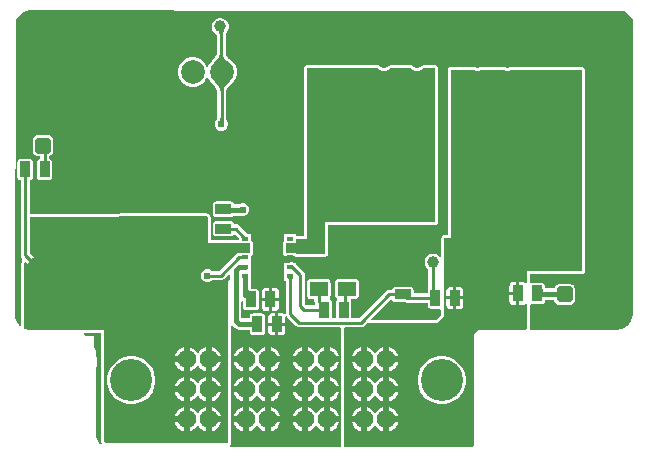
<source format=gtl>
G04*
G04 #@! TF.GenerationSoftware,Altium Limited,Altium Designer,23.5.1 (21)*
G04*
G04 Layer_Physical_Order=1*
G04 Layer_Color=255*
%FSLAX25Y25*%
%MOIN*%
G70*
G04*
G04 #@! TF.SameCoordinates,F2E7560B-A2D8-46DA-B2D3-C53C7B4DE586*
G04*
G04*
G04 #@! TF.FilePolarity,Positive*
G04*
G01*
G75*
%ADD13C,0.01000*%
G04:AMPARAMS|DCode=32|XSize=55.12mil|YSize=35.43mil|CornerRadius=2.66mil|HoleSize=0mil|Usage=FLASHONLY|Rotation=90.000|XOffset=0mil|YOffset=0mil|HoleType=Round|Shape=RoundedRectangle|*
%AMROUNDEDRECTD32*
21,1,0.05512,0.03012,0,0,90.0*
21,1,0.04980,0.03543,0,0,90.0*
1,1,0.00532,0.01506,0.02490*
1,1,0.00532,0.01506,-0.02490*
1,1,0.00532,-0.01506,-0.02490*
1,1,0.00532,-0.01506,0.02490*
%
%ADD32ROUNDEDRECTD32*%
G04:AMPARAMS|DCode=33|XSize=51.18mil|YSize=51.18mil|CornerRadius=5.12mil|HoleSize=0mil|Usage=FLASHONLY|Rotation=180.000|XOffset=0mil|YOffset=0mil|HoleType=Round|Shape=RoundedRectangle|*
%AMROUNDEDRECTD33*
21,1,0.05118,0.04095,0,0,180.0*
21,1,0.04095,0.05118,0,0,180.0*
1,1,0.01024,-0.02047,0.02047*
1,1,0.01024,0.02047,0.02047*
1,1,0.01024,0.02047,-0.02047*
1,1,0.01024,-0.02047,-0.02047*
%
%ADD33ROUNDEDRECTD33*%
G04:AMPARAMS|DCode=34|XSize=62.99mil|YSize=124.02mil|CornerRadius=4.72mil|HoleSize=0mil|Usage=FLASHONLY|Rotation=180.000|XOffset=0mil|YOffset=0mil|HoleType=Round|Shape=RoundedRectangle|*
%AMROUNDEDRECTD34*
21,1,0.06299,0.11457,0,0,180.0*
21,1,0.05354,0.12402,0,0,180.0*
1,1,0.00945,-0.02677,0.05728*
1,1,0.00945,0.02677,0.05728*
1,1,0.00945,0.02677,-0.05728*
1,1,0.00945,-0.02677,-0.05728*
%
%ADD34ROUNDEDRECTD34*%
G04:AMPARAMS|DCode=35|XSize=49.21mil|YSize=62.99mil|CornerRadius=4.92mil|HoleSize=0mil|Usage=FLASHONLY|Rotation=270.000|XOffset=0mil|YOffset=0mil|HoleType=Round|Shape=RoundedRectangle|*
%AMROUNDEDRECTD35*
21,1,0.04921,0.05315,0,0,270.0*
21,1,0.03937,0.06299,0,0,270.0*
1,1,0.00984,-0.02657,-0.01968*
1,1,0.00984,-0.02657,0.01968*
1,1,0.00984,0.02657,0.01968*
1,1,0.00984,0.02657,-0.01968*
%
%ADD35ROUNDEDRECTD35*%
G04:AMPARAMS|DCode=36|XSize=62.99mil|YSize=118.11mil|CornerRadius=4.72mil|HoleSize=0mil|Usage=FLASHONLY|Rotation=270.000|XOffset=0mil|YOffset=0mil|HoleType=Round|Shape=RoundedRectangle|*
%AMROUNDEDRECTD36*
21,1,0.06299,0.10866,0,0,270.0*
21,1,0.05354,0.11811,0,0,270.0*
1,1,0.00945,-0.05433,-0.02677*
1,1,0.00945,-0.05433,0.02677*
1,1,0.00945,0.05433,0.02677*
1,1,0.00945,0.05433,-0.02677*
%
%ADD36ROUNDEDRECTD36*%
G04:AMPARAMS|DCode=37|XSize=55.12mil|YSize=35.43mil|CornerRadius=2.66mil|HoleSize=0mil|Usage=FLASHONLY|Rotation=0.000|XOffset=0mil|YOffset=0mil|HoleType=Round|Shape=RoundedRectangle|*
%AMROUNDEDRECTD37*
21,1,0.05512,0.03012,0,0,0.0*
21,1,0.04980,0.03543,0,0,0.0*
1,1,0.00532,0.02490,-0.01506*
1,1,0.00532,-0.02490,-0.01506*
1,1,0.00532,-0.02490,0.01506*
1,1,0.00532,0.02490,0.01506*
%
%ADD37ROUNDEDRECTD37*%
%ADD38R,0.15748X0.15748*%
%ADD39R,0.09843X0.09055*%
%ADD40R,0.02362X0.01181*%
%ADD41R,0.10236X0.11811*%
%ADD42C,0.03937*%
G04:AMPARAMS|DCode=43|XSize=49.21mil|YSize=62.99mil|CornerRadius=4.92mil|HoleSize=0mil|Usage=FLASHONLY|Rotation=180.000|XOffset=0mil|YOffset=0mil|HoleType=Round|Shape=RoundedRectangle|*
%AMROUNDEDRECTD43*
21,1,0.04921,0.05315,0,0,180.0*
21,1,0.03937,0.06299,0,0,180.0*
1,1,0.00984,-0.01968,0.02657*
1,1,0.00984,0.01968,0.02657*
1,1,0.00984,0.01968,-0.02657*
1,1,0.00984,-0.01968,-0.02657*
%
%ADD43ROUNDEDRECTD43*%
%ADD44C,0.01800*%
%ADD45C,0.01700*%
%ADD46C,0.06142*%
%ADD47C,0.14016*%
%ADD48C,0.10000*%
%ADD49C,0.07874*%
%ADD50C,0.05000*%
%ADD51C,0.02400*%
%ADD52C,0.02800*%
G36*
X213900Y-155300D02*
X195400D01*
Y-159290D01*
X194900Y-159441D01*
X194870Y-159397D01*
X194452Y-159117D01*
X193958Y-159019D01*
X192952D01*
Y-162800D01*
Y-166581D01*
X193958D01*
X194452Y-166482D01*
X194870Y-166203D01*
X194900Y-166158D01*
X195400Y-166310D01*
Y-174568D01*
X195046Y-174921D01*
X185203Y-174893D01*
X185150Y-174903D01*
X185097Y-174895D01*
X184570Y-174921D01*
X184423Y-174958D01*
X184272D01*
X184061Y-175000D01*
X179207D01*
X177832Y-176375D01*
Y-181569D01*
X177803Y-181688D01*
X177777Y-182216D01*
X177784Y-182268D01*
X177774Y-182320D01*
X177831Y-212947D01*
X177832Y-212954D01*
Y-213068D01*
X177790Y-213288D01*
X177706Y-213494D01*
X177584Y-213679D01*
X177427Y-213837D01*
X177243Y-213961D01*
X177243Y-213961D01*
X134839D01*
X134700Y-213519D01*
Y-180700D01*
X134540Y-174387D01*
X134889Y-174029D01*
X140300D01*
X140885Y-173913D01*
X141381Y-173581D01*
X142163Y-172800D01*
X165700D01*
X168000Y-170500D01*
Y-144239D01*
X170100D01*
Y-88400D01*
X178166D01*
X178539Y-88500D01*
X179461D01*
X179834Y-88400D01*
X188166D01*
X188539Y-88500D01*
X189461D01*
X189834Y-88400D01*
X213900D01*
Y-155300D01*
D02*
G37*
G36*
X89100Y-137454D02*
Y-145800D01*
X89300Y-146000D01*
X100977D01*
X101129Y-146030D01*
X101720D01*
X101871Y-146000D01*
X103282D01*
Y-149409D01*
X102339D01*
X102305Y-149387D01*
X101720Y-149271D01*
X99500D01*
X98915Y-149387D01*
X98419Y-149719D01*
X92766Y-155371D01*
X90582D01*
X90246Y-155035D01*
X89438Y-154700D01*
X88562D01*
X87754Y-155035D01*
X87135Y-155654D01*
X86800Y-156462D01*
Y-157338D01*
X87135Y-158146D01*
X87754Y-158765D01*
X88562Y-159100D01*
X89438D01*
X90246Y-158765D01*
X90582Y-158429D01*
X93400D01*
X93985Y-158313D01*
X94481Y-157981D01*
X96152Y-156311D01*
X96614Y-156502D01*
Y-158200D01*
X96500D01*
X95900Y-158800D01*
Y-212600D01*
X55100D01*
X54700Y-212200D01*
Y-175000D01*
X43911D01*
X43824Y-174983D01*
X43673D01*
X43526Y-174946D01*
X42808Y-174911D01*
X42751Y-174919D01*
X42695Y-174908D01*
X29899Y-174993D01*
X29863Y-175000D01*
X29471D01*
X28491Y-174805D01*
X28000Y-174602D01*
Y-152616D01*
X28462Y-152425D01*
X30419Y-154381D01*
X30915Y-154713D01*
X31500Y-154829D01*
X32085Y-154713D01*
X32581Y-154381D01*
X32913Y-153885D01*
X33029Y-153300D01*
X32913Y-152715D01*
X32581Y-152219D01*
X29781Y-149418D01*
Y-137212D01*
X88746Y-137101D01*
X89100Y-137454D01*
D02*
G37*
G36*
X117585Y-157676D02*
X117500Y-157706D01*
X117425Y-157757D01*
X117360Y-157828D01*
X117305Y-157919D01*
X117260Y-158030D01*
X117225Y-158162D01*
X117200Y-158313D01*
X117185Y-158485D01*
X117180Y-158678D01*
X116180D01*
X116175Y-158485D01*
X116160Y-158313D01*
X116135Y-158162D01*
X116100Y-158030D01*
X116055Y-157919D01*
X116000Y-157828D01*
X115935Y-157757D01*
X115860Y-157706D01*
X115775Y-157676D01*
X115680Y-157666D01*
X117680D01*
X117585Y-157676D01*
D02*
G37*
G36*
X126573Y-68539D02*
X126574Y-68539D01*
X126575Y-68539D01*
X226461Y-68539D01*
X226900D01*
X227760Y-68711D01*
X228570Y-69046D01*
X229298Y-69533D01*
X229919Y-70153D01*
X230405Y-70882D01*
X230741Y-71692D01*
X230912Y-72552D01*
Y-72989D01*
X230882Y-169266D01*
X230882Y-169266D01*
X230882Y-169266D01*
Y-169832D01*
X230661Y-170941D01*
X230228Y-171986D01*
X229600Y-172927D01*
X228800Y-173726D01*
X227859Y-174355D01*
X226814Y-174788D01*
X225705Y-175008D01*
X225142D01*
X196829Y-174927D01*
X196425Y-174575D01*
X196420Y-174568D01*
Y-166490D01*
X196798Y-166237D01*
X196909Y-166216D01*
X197026Y-166294D01*
X197442Y-166377D01*
X200454D01*
X200870Y-166294D01*
X201222Y-166059D01*
X201458Y-165706D01*
X201541Y-165290D01*
Y-164887D01*
X204681D01*
Y-165147D01*
X204783Y-165659D01*
X205073Y-166093D01*
X205507Y-166383D01*
X206019Y-166485D01*
X210113D01*
X210625Y-166383D01*
X211059Y-166093D01*
X211349Y-165659D01*
X211451Y-165147D01*
Y-161053D01*
X211349Y-160541D01*
X211059Y-160107D01*
X210625Y-159817D01*
X210113Y-159715D01*
X206019D01*
X205507Y-159817D01*
X205073Y-160107D01*
X204783Y-160541D01*
X204689Y-161013D01*
X201578D01*
X201541Y-160956D01*
Y-160310D01*
X201458Y-159894D01*
X201222Y-159541D01*
X200870Y-159306D01*
X200454Y-159223D01*
X197442D01*
X197026Y-159306D01*
X196909Y-159384D01*
X196798Y-159363D01*
X196420Y-159110D01*
Y-156320D01*
X213900D01*
X214290Y-156242D01*
X214621Y-156021D01*
X214842Y-155690D01*
X214920Y-155300D01*
Y-88400D01*
X214842Y-88010D01*
X214621Y-87679D01*
X214290Y-87458D01*
X213900Y-87380D01*
X189834D01*
X189703Y-87406D01*
X189570Y-87415D01*
X189327Y-87480D01*
X188673D01*
X188430Y-87415D01*
X188297Y-87406D01*
X188166Y-87380D01*
X179834D01*
X179703Y-87406D01*
X179570Y-87415D01*
X179326Y-87480D01*
X178674D01*
X178430Y-87415D01*
X178297Y-87406D01*
X178166Y-87380D01*
X170100D01*
X169710Y-87458D01*
X169379Y-87679D01*
X169158Y-88010D01*
X169080Y-88400D01*
Y-143220D01*
X168000D01*
X167610Y-143297D01*
X167279Y-143518D01*
X167058Y-143849D01*
X166980Y-144239D01*
Y-150579D01*
X166480Y-150713D01*
X166415Y-150600D01*
X165900Y-150085D01*
X165269Y-149720D01*
X164565Y-149531D01*
X163836D01*
X163131Y-149720D01*
X162500Y-150085D01*
X161985Y-150600D01*
X161620Y-151231D01*
X161432Y-151936D01*
Y-152664D01*
X161620Y-153369D01*
X161985Y-154000D01*
X162500Y-154515D01*
X162671Y-154614D01*
Y-161124D01*
X162490Y-161394D01*
X162408Y-161810D01*
Y-162771D01*
X157777D01*
Y-161591D01*
X157694Y-161175D01*
X157458Y-160822D01*
X157106Y-160587D01*
X156690Y-160504D01*
X151710D01*
X151294Y-160587D01*
X150942Y-160822D01*
X150706Y-161175D01*
X150628Y-161567D01*
X149704D01*
X149118Y-161683D01*
X148622Y-162015D01*
X139666Y-170971D01*
X137256D01*
X137004Y-170663D01*
Y-165683D01*
X136921Y-165267D01*
X136807Y-165096D01*
X137041Y-164596D01*
X138210D01*
X138715Y-164496D01*
X139142Y-164211D01*
X139428Y-163783D01*
X139528Y-163279D01*
Y-159342D01*
X139428Y-158838D01*
X139142Y-158411D01*
X138715Y-158125D01*
X138210Y-158025D01*
X132896D01*
X132391Y-158125D01*
X131964Y-158411D01*
X131678Y-158838D01*
X131578Y-159342D01*
Y-163279D01*
X131678Y-163783D01*
X131964Y-164211D01*
X132127Y-164320D01*
X132137Y-164914D01*
X132135Y-164916D01*
X131901Y-165267D01*
X131818Y-165683D01*
Y-170663D01*
X131566Y-170971D01*
X130760D01*
X130508Y-170663D01*
Y-165683D01*
X130425Y-165267D01*
X130189Y-164914D01*
X129889Y-164714D01*
X129810Y-164444D01*
X129778Y-164157D01*
X130028Y-163783D01*
X130128Y-163279D01*
Y-159342D01*
X130028Y-158838D01*
X129742Y-158411D01*
X129315Y-158125D01*
X128810Y-158025D01*
X123495D01*
X122991Y-158125D01*
X122564Y-158411D01*
X122278Y-158838D01*
X122178Y-159342D01*
Y-163279D01*
X122278Y-163783D01*
X122564Y-164211D01*
X122991Y-164496D01*
X123495Y-164596D01*
X124624D01*
Y-165427D01*
X124740Y-166012D01*
X124828Y-166143D01*
X124561Y-166643D01*
X121806D01*
X121529Y-166367D01*
Y-156679D01*
X121413Y-156094D01*
X121081Y-155597D01*
X118661Y-153177D01*
Y-152559D01*
X117890D01*
X117856Y-152537D01*
X117271Y-152420D01*
X116680D01*
X116095Y-152537D01*
X116061Y-152559D01*
X114699D01*
Y-155340D01*
X114699D01*
Y-155709D01*
X114699D01*
Y-157453D01*
X114666Y-157558D01*
X114671Y-157612D01*
X114661Y-157666D01*
X114689Y-157809D01*
X114699Y-157920D01*
Y-158490D01*
X115107D01*
X115151Y-158526D01*
Y-169494D01*
X115173Y-169605D01*
X114702Y-169800D01*
X114567Y-169597D01*
X114148Y-169317D01*
X113654Y-169219D01*
X112648D01*
Y-172500D01*
X114945D01*
Y-170510D01*
X114941Y-170491D01*
X115412Y-170296D01*
X115599Y-170576D01*
X118604Y-173581D01*
X119100Y-173913D01*
X119686Y-174029D01*
X133123D01*
X133481Y-174364D01*
X133521Y-174413D01*
X133680Y-180713D01*
Y-213499D01*
X133678Y-213522D01*
X133454Y-213873D01*
X133296Y-213998D01*
X96622Y-213921D01*
X96471Y-213421D01*
X96621Y-213321D01*
X96842Y-212990D01*
X96920Y-212600D01*
Y-173798D01*
X97420Y-173591D01*
X98162Y-174334D01*
X98774Y-174743D01*
X99496Y-174886D01*
X103059D01*
Y-175490D01*
X103142Y-175906D01*
X103378Y-176259D01*
X103730Y-176494D01*
X104146Y-176577D01*
X107158D01*
X107574Y-176494D01*
X107926Y-176259D01*
X108162Y-175906D01*
X108245Y-175490D01*
Y-170510D01*
X108162Y-170094D01*
X107926Y-169741D01*
X107574Y-169506D01*
X107158Y-169423D01*
X104146D01*
X103730Y-169506D01*
X103378Y-169741D01*
X103142Y-170094D01*
X103059Y-170510D01*
Y-171114D01*
X100386D01*
Y-165645D01*
X100886Y-165361D01*
X100959Y-165405D01*
Y-167290D01*
X101042Y-167706D01*
X101278Y-168059D01*
X101630Y-168294D01*
X102046Y-168377D01*
X105058D01*
X105474Y-168294D01*
X105826Y-168059D01*
X106062Y-167706D01*
X106144Y-167290D01*
Y-162310D01*
X106062Y-161894D01*
X105826Y-161541D01*
X105474Y-161306D01*
X105058Y-161223D01*
X103830D01*
X103606Y-160999D01*
Y-158490D01*
X103701D01*
Y-155709D01*
X103701D01*
Y-155340D01*
X103701D01*
Y-152691D01*
X103701Y-152559D01*
X103701D01*
Y-152190D01*
X103701D01*
Y-150332D01*
X104003Y-150130D01*
X104224Y-149800D01*
X104302Y-149409D01*
Y-146000D01*
X104224Y-145610D01*
X104003Y-145279D01*
X103701Y-145077D01*
Y-143110D01*
X102369D01*
X102120Y-142738D01*
X99489Y-140108D01*
X98993Y-139776D01*
X98408Y-139660D01*
X97900D01*
X97822Y-139267D01*
X97587Y-138915D01*
X97234Y-138679D01*
X96818Y-138596D01*
X91838D01*
X91422Y-138679D01*
X91070Y-138915D01*
X90834Y-139267D01*
X90751Y-139683D01*
Y-142695D01*
X90834Y-143111D01*
X91070Y-143463D01*
X91422Y-143699D01*
X91838Y-143781D01*
X96818D01*
X97234Y-143699D01*
X97587Y-143463D01*
X97677Y-143328D01*
X98272Y-143216D01*
X99520Y-144464D01*
X99546Y-144594D01*
X99229Y-144980D01*
X90120D01*
Y-137454D01*
X90119Y-137453D01*
X90120Y-137453D01*
X90080Y-137257D01*
X90042Y-137064D01*
X90042Y-137063D01*
X90042Y-137063D01*
X89932Y-136899D01*
X89821Y-136733D01*
X89820Y-136733D01*
X89820Y-136732D01*
X89466Y-136379D01*
X89466Y-136379D01*
X89466Y-136378D01*
X89299Y-136267D01*
X89135Y-136158D01*
X89135Y-136158D01*
X89135Y-136158D01*
X88937Y-136119D01*
X88745Y-136081D01*
X88745Y-136081D01*
X88744Y-136081D01*
X30135Y-136192D01*
X29781Y-135839D01*
Y-124972D01*
X30174Y-124894D01*
X30526Y-124659D01*
X30762Y-124306D01*
X30845Y-123890D01*
Y-118910D01*
X30762Y-118494D01*
X30526Y-118141D01*
X30174Y-117906D01*
X29758Y-117823D01*
X26746D01*
X26330Y-117906D01*
X25978Y-118141D01*
X25742Y-118494D01*
X25659Y-118910D01*
Y-123890D01*
X25742Y-124306D01*
X25978Y-124659D01*
X26330Y-124894D01*
X26723Y-124972D01*
Y-150052D01*
X26839Y-150637D01*
X27171Y-151133D01*
X27310Y-151273D01*
X27279Y-151895D01*
X27058Y-152226D01*
X26980Y-152616D01*
Y-173372D01*
X26480Y-173580D01*
X26126Y-173225D01*
X25592Y-172426D01*
X25225Y-171539D01*
X25038Y-170597D01*
Y-170118D01*
X25074Y-73380D01*
X25074Y-73380D01*
X25074Y-73379D01*
Y-72892D01*
X25264Y-71938D01*
X25637Y-71038D01*
X26177Y-70229D01*
X26866Y-69541D01*
X27675Y-69000D01*
X28575Y-68627D01*
X29530Y-68437D01*
X30014D01*
X126573Y-68539D01*
D02*
G37*
G36*
X150696Y-164967D02*
X150706Y-165018D01*
X150942Y-165371D01*
X151294Y-165606D01*
X151710Y-165689D01*
X154782D01*
X154818Y-165713D01*
X155403Y-165829D01*
X162408D01*
Y-166790D01*
X162490Y-167206D01*
X162726Y-167559D01*
X163078Y-167794D01*
X163494Y-167877D01*
X166506D01*
X166980Y-168292D01*
Y-170078D01*
X165278Y-171780D01*
X143836D01*
X143644Y-171318D01*
X150154Y-164808D01*
X150696Y-164967D01*
D02*
G37*
G36*
X53680Y-212200D02*
X53758Y-212590D01*
X53866Y-212752D01*
X53506Y-213113D01*
X53365Y-213019D01*
X52856Y-212509D01*
X52455Y-211910D01*
X52180Y-211245D01*
X52039Y-210538D01*
Y-210177D01*
X52039Y-210177D01*
X52039Y-210177D01*
X52039Y-190220D01*
X52076Y-184290D01*
X52065Y-184233D01*
X52074Y-184177D01*
X52039Y-183458D01*
X52002Y-183312D01*
Y-183160D01*
X51722Y-181751D01*
X51645Y-181566D01*
X51606Y-181369D01*
X51100Y-180148D01*
Y-177000D01*
X48575D01*
X48491Y-176916D01*
X47898Y-176520D01*
X48050Y-176020D01*
X53680D01*
Y-212200D01*
D02*
G37*
%LPC*%
G36*
X191952Y-159019D02*
X190946D01*
X190452Y-159117D01*
X190033Y-159397D01*
X189754Y-159816D01*
X189655Y-160310D01*
Y-162300D01*
X191952D01*
Y-159019D01*
D02*
G37*
G36*
X173002Y-160519D02*
X171996D01*
Y-163800D01*
X174293D01*
Y-161810D01*
X174194Y-161316D01*
X173915Y-160897D01*
X173496Y-160617D01*
X173002Y-160519D01*
D02*
G37*
G36*
X170996D02*
X169990D01*
X169496Y-160617D01*
X169078Y-160897D01*
X168798Y-161316D01*
X168700Y-161810D01*
Y-163800D01*
X170996D01*
Y-160519D01*
D02*
G37*
G36*
X191952Y-163300D02*
X189655D01*
Y-165290D01*
X189754Y-165784D01*
X190033Y-166203D01*
X190452Y-166482D01*
X190946Y-166581D01*
X191952D01*
Y-163300D01*
D02*
G37*
G36*
X174293Y-164800D02*
X171996D01*
Y-168081D01*
X173002D01*
X173496Y-167982D01*
X173915Y-167703D01*
X174194Y-167284D01*
X174293Y-166790D01*
Y-164800D01*
D02*
G37*
G36*
X170996D02*
X168700D01*
Y-166790D01*
X168798Y-167284D01*
X169078Y-167703D01*
X169496Y-167982D01*
X169990Y-168081D01*
X170996D01*
Y-164800D01*
D02*
G37*
G36*
X147600Y-180754D02*
X147029Y-180907D01*
X146100Y-181442D01*
X145343Y-182200D01*
X145149Y-182535D01*
X144649D01*
X144456Y-182200D01*
X143698Y-181442D01*
X142770Y-180907D01*
X142198Y-180754D01*
Y-184700D01*
Y-188646D01*
X142770Y-188493D01*
X143698Y-187958D01*
X144456Y-187200D01*
X144649Y-186865D01*
X145149D01*
X145343Y-187200D01*
X146100Y-187958D01*
X147029Y-188493D01*
X147600Y-188646D01*
Y-184700D01*
Y-180754D01*
D02*
G37*
G36*
X149600D02*
Y-183700D01*
X152547D01*
X152393Y-183129D01*
X151857Y-182200D01*
X151100Y-181442D01*
X150171Y-180907D01*
X149600Y-180754D01*
D02*
G37*
G36*
X140198D02*
X139627Y-180907D01*
X138699Y-181442D01*
X137941Y-182200D01*
X137405Y-183129D01*
X137252Y-183700D01*
X140198D01*
Y-180754D01*
D02*
G37*
G36*
X152547Y-185700D02*
X149600D01*
Y-188646D01*
X150171Y-188493D01*
X151100Y-187958D01*
X151857Y-187200D01*
X152393Y-186271D01*
X152547Y-185700D01*
D02*
G37*
G36*
X140198D02*
X137252D01*
X137405Y-186271D01*
X137941Y-187200D01*
X138699Y-187958D01*
X139627Y-188493D01*
X140198Y-188646D01*
Y-185700D01*
D02*
G37*
G36*
X147600Y-190753D02*
X147029Y-190907D01*
X146100Y-191443D01*
X145343Y-192200D01*
X145149Y-192535D01*
X144649D01*
X144456Y-192200D01*
X143698Y-191443D01*
X142770Y-190907D01*
X142198Y-190753D01*
Y-194700D01*
Y-198646D01*
X142770Y-198493D01*
X143698Y-197958D01*
X144456Y-197200D01*
X144649Y-196865D01*
X145149D01*
X145343Y-197200D01*
X146100Y-197958D01*
X147029Y-198493D01*
X147600Y-198646D01*
Y-194700D01*
Y-190753D01*
D02*
G37*
G36*
X149600D02*
Y-193700D01*
X152547D01*
X152393Y-193129D01*
X151857Y-192200D01*
X151100Y-191443D01*
X150171Y-190907D01*
X149600Y-190753D01*
D02*
G37*
G36*
X140198D02*
X139627Y-190907D01*
X138699Y-191443D01*
X137941Y-192200D01*
X137405Y-193129D01*
X137252Y-193700D01*
X140198D01*
Y-190753D01*
D02*
G37*
G36*
X152547Y-195700D02*
X149600D01*
Y-198646D01*
X150171Y-198493D01*
X151100Y-197958D01*
X151857Y-197200D01*
X152393Y-196271D01*
X152547Y-195700D01*
D02*
G37*
G36*
X140198D02*
X137252D01*
X137405Y-196271D01*
X137941Y-197200D01*
X138699Y-197958D01*
X139627Y-198493D01*
X140198Y-198646D01*
Y-195700D01*
D02*
G37*
G36*
X167893Y-183700D02*
X166315D01*
X164768Y-184008D01*
X163311Y-184611D01*
X161999Y-185488D01*
X160884Y-186603D01*
X160007Y-187915D01*
X159404Y-189372D01*
X159096Y-190919D01*
Y-192497D01*
X159404Y-194044D01*
X160007Y-195501D01*
X160884Y-196813D01*
X161999Y-197928D01*
X163311Y-198804D01*
X164768Y-199408D01*
X166315Y-199716D01*
X167893D01*
X169440Y-199408D01*
X170897Y-198804D01*
X172209Y-197928D01*
X173324Y-196813D01*
X174200Y-195501D01*
X174804Y-194044D01*
X175112Y-192497D01*
Y-190919D01*
X174804Y-189372D01*
X174200Y-187915D01*
X173324Y-186603D01*
X172209Y-185488D01*
X170897Y-184611D01*
X169440Y-184008D01*
X167893Y-183700D01*
D02*
G37*
G36*
X147600Y-200753D02*
X147029Y-200907D01*
X146100Y-201443D01*
X145343Y-202200D01*
X145149Y-202535D01*
X144649D01*
X144456Y-202200D01*
X143698Y-201443D01*
X142770Y-200907D01*
X142198Y-200753D01*
Y-204700D01*
Y-208646D01*
X142770Y-208493D01*
X143698Y-207958D01*
X144456Y-207200D01*
X144649Y-206865D01*
X145149D01*
X145343Y-207200D01*
X146100Y-207958D01*
X147029Y-208493D01*
X147600Y-208646D01*
Y-204700D01*
Y-200753D01*
D02*
G37*
G36*
X149600D02*
Y-203700D01*
X152547D01*
X152393Y-203129D01*
X151857Y-202200D01*
X151100Y-201443D01*
X150171Y-200907D01*
X149600Y-200753D01*
D02*
G37*
G36*
X140198D02*
X139627Y-200907D01*
X138699Y-201443D01*
X137941Y-202200D01*
X137405Y-203129D01*
X137252Y-203700D01*
X140198D01*
Y-200753D01*
D02*
G37*
G36*
X152547Y-205700D02*
X149600D01*
Y-208646D01*
X150171Y-208493D01*
X151100Y-207958D01*
X151857Y-207200D01*
X152393Y-206271D01*
X152547Y-205700D01*
D02*
G37*
G36*
X140198D02*
X137252D01*
X137405Y-206271D01*
X137941Y-207200D01*
X138699Y-207958D01*
X139627Y-208493D01*
X140198Y-208646D01*
Y-205700D01*
D02*
G37*
G36*
X88545Y-180754D02*
X87974Y-180907D01*
X87045Y-181442D01*
X86287Y-182200D01*
X86094Y-182535D01*
X85594D01*
X85401Y-182200D01*
X84643Y-181442D01*
X83715Y-180907D01*
X83143Y-180754D01*
Y-184700D01*
Y-188646D01*
X83715Y-188493D01*
X84643Y-187958D01*
X85401Y-187200D01*
X85594Y-186865D01*
X86094D01*
X86287Y-187200D01*
X87045Y-187958D01*
X87974Y-188493D01*
X88545Y-188646D01*
Y-184700D01*
Y-180754D01*
D02*
G37*
G36*
X90545D02*
Y-183700D01*
X93491D01*
X93338Y-183129D01*
X92802Y-182200D01*
X92044Y-181442D01*
X91116Y-180907D01*
X90545Y-180754D01*
D02*
G37*
G36*
X81143D02*
X80572Y-180907D01*
X79644Y-181442D01*
X78886Y-182200D01*
X78350Y-183129D01*
X78197Y-183700D01*
X81143D01*
Y-180754D01*
D02*
G37*
G36*
X93491Y-185700D02*
X90545D01*
Y-188646D01*
X91116Y-188493D01*
X92044Y-187958D01*
X92802Y-187200D01*
X93338Y-186271D01*
X93491Y-185700D01*
D02*
G37*
G36*
X81143D02*
X78197D01*
X78350Y-186271D01*
X78886Y-187200D01*
X79644Y-187958D01*
X80572Y-188493D01*
X81143Y-188646D01*
Y-185700D01*
D02*
G37*
G36*
X88545Y-190753D02*
X87974Y-190907D01*
X87045Y-191443D01*
X86287Y-192200D01*
X86094Y-192535D01*
X85594D01*
X85401Y-192200D01*
X84643Y-191443D01*
X83715Y-190907D01*
X83143Y-190753D01*
Y-194700D01*
Y-198646D01*
X83715Y-198493D01*
X84643Y-197958D01*
X85401Y-197200D01*
X85594Y-196865D01*
X86094D01*
X86287Y-197200D01*
X87045Y-197958D01*
X87974Y-198493D01*
X88545Y-198646D01*
Y-194700D01*
Y-190753D01*
D02*
G37*
G36*
X90545D02*
Y-193700D01*
X93491D01*
X93338Y-193129D01*
X92802Y-192200D01*
X92044Y-191443D01*
X91116Y-190907D01*
X90545Y-190753D01*
D02*
G37*
G36*
X81143D02*
X80572Y-190907D01*
X79644Y-191443D01*
X78886Y-192200D01*
X78350Y-193129D01*
X78197Y-193700D01*
X81143D01*
Y-190753D01*
D02*
G37*
G36*
X93491Y-195700D02*
X90545D01*
Y-198646D01*
X91116Y-198493D01*
X92044Y-197958D01*
X92802Y-197200D01*
X93338Y-196271D01*
X93491Y-195700D01*
D02*
G37*
G36*
X81143D02*
X78197D01*
X78350Y-196271D01*
X78886Y-197200D01*
X79644Y-197958D01*
X80572Y-198493D01*
X81143Y-198646D01*
Y-195700D01*
D02*
G37*
G36*
X64428Y-183700D02*
X62851D01*
X61304Y-184008D01*
X59846Y-184611D01*
X58535Y-185488D01*
X57419Y-186603D01*
X56543Y-187915D01*
X55939Y-189372D01*
X55632Y-190919D01*
Y-192497D01*
X55939Y-194044D01*
X56543Y-195501D01*
X57419Y-196813D01*
X58535Y-197928D01*
X59846Y-198804D01*
X61304Y-199408D01*
X62851Y-199716D01*
X64428D01*
X65975Y-199408D01*
X67432Y-198804D01*
X68744Y-197928D01*
X69859Y-196813D01*
X70736Y-195501D01*
X71339Y-194044D01*
X71647Y-192497D01*
Y-190919D01*
X71339Y-189372D01*
X70736Y-187915D01*
X69859Y-186603D01*
X68744Y-185488D01*
X67432Y-184611D01*
X65975Y-184008D01*
X64428Y-183700D01*
D02*
G37*
G36*
X88545Y-200753D02*
X87974Y-200907D01*
X87045Y-201443D01*
X86287Y-202200D01*
X86094Y-202535D01*
X85594D01*
X85401Y-202200D01*
X84643Y-201443D01*
X83715Y-200907D01*
X83143Y-200753D01*
Y-204700D01*
Y-208646D01*
X83715Y-208493D01*
X84643Y-207958D01*
X85401Y-207200D01*
X85594Y-206865D01*
X86094D01*
X86287Y-207200D01*
X87045Y-207958D01*
X87974Y-208493D01*
X88545Y-208646D01*
Y-204700D01*
Y-200753D01*
D02*
G37*
G36*
X90545D02*
Y-203700D01*
X93491D01*
X93338Y-203129D01*
X92802Y-202200D01*
X92044Y-201443D01*
X91116Y-200907D01*
X90545Y-200753D01*
D02*
G37*
G36*
X81143D02*
X80572Y-200907D01*
X79644Y-201443D01*
X78886Y-202200D01*
X78350Y-203129D01*
X78197Y-203700D01*
X81143D01*
Y-200753D01*
D02*
G37*
G36*
X93491Y-205700D02*
X90545D01*
Y-208646D01*
X91116Y-208493D01*
X92044Y-207958D01*
X92802Y-207200D01*
X93338Y-206271D01*
X93491Y-205700D01*
D02*
G37*
G36*
X81143D02*
X78197D01*
X78350Y-206271D01*
X78886Y-207200D01*
X79644Y-207958D01*
X80572Y-208493D01*
X81143Y-208646D01*
Y-205700D01*
D02*
G37*
G36*
X93664Y-71031D02*
X92936D01*
X92231Y-71220D01*
X91600Y-71585D01*
X91085Y-72100D01*
X90720Y-72731D01*
X90531Y-73435D01*
Y-74164D01*
X90720Y-74869D01*
X91085Y-75500D01*
X91600Y-76015D01*
X91687Y-76066D01*
X91694Y-76077D01*
X91734Y-76181D01*
X91795Y-76246D01*
X91842Y-76323D01*
X91931Y-76389D01*
X92007Y-76470D01*
X92087Y-76506D01*
X92097Y-76562D01*
X92099Y-76589D01*
Y-82854D01*
X92098Y-82867D01*
X92065Y-83007D01*
X91992Y-83207D01*
X91875Y-83458D01*
X91712Y-83753D01*
X91512Y-84071D01*
X90587Y-85309D01*
X90197Y-85772D01*
X90188Y-85788D01*
X90007Y-85969D01*
X89357Y-87094D01*
X89286Y-87358D01*
X88786D01*
X88715Y-87094D01*
X88065Y-85969D01*
X87146Y-85049D01*
X86021Y-84399D01*
X84765Y-84063D01*
X83465D01*
X82209Y-84399D01*
X81084Y-85049D01*
X80164Y-85969D01*
X79514Y-87094D01*
X79178Y-88350D01*
Y-89650D01*
X79514Y-90906D01*
X80164Y-92031D01*
X81084Y-92951D01*
X82209Y-93601D01*
X83465Y-93937D01*
X84765D01*
X86021Y-93601D01*
X87146Y-92951D01*
X88065Y-92031D01*
X88715Y-90906D01*
X88786Y-90642D01*
X89286D01*
X89357Y-90906D01*
X90007Y-92031D01*
X90288Y-92312D01*
X90322Y-92369D01*
X90730Y-92819D01*
X91077Y-93224D01*
X91655Y-93979D01*
X91860Y-94290D01*
X92024Y-94575D01*
X92141Y-94818D01*
X92214Y-95014D01*
X92248Y-95155D01*
X92249Y-95174D01*
Y-104539D01*
X91735Y-105054D01*
X91400Y-105862D01*
Y-106738D01*
X91735Y-107546D01*
X92354Y-108165D01*
X93162Y-108500D01*
X94038D01*
X94846Y-108165D01*
X95465Y-107546D01*
X95800Y-106738D01*
Y-105862D01*
X95465Y-105054D01*
X95369Y-104958D01*
X95366Y-104953D01*
X95358Y-104940D01*
X95349Y-104922D01*
X95340Y-104898D01*
X95330Y-104867D01*
X95320Y-104829D01*
X95314Y-104796D01*
X95308Y-104732D01*
Y-95217D01*
X95311Y-95187D01*
X95345Y-95047D01*
X95417Y-94862D01*
X95533Y-94638D01*
X95697Y-94379D01*
X95910Y-94090D01*
X96166Y-93784D01*
X96858Y-93068D01*
X96978Y-92957D01*
X96989Y-92951D01*
X97036Y-92903D01*
X97275Y-92682D01*
X97323Y-92616D01*
X97908Y-92031D01*
X98558Y-90906D01*
X98895Y-89650D01*
Y-88350D01*
X98558Y-87094D01*
X97908Y-85969D01*
X97150Y-85211D01*
X97147Y-85207D01*
X97139Y-85199D01*
X96989Y-85049D01*
X96937Y-85019D01*
X96330Y-84478D01*
X96022Y-84165D01*
X95757Y-83865D01*
X95544Y-83590D01*
X95381Y-83342D01*
X95266Y-83126D01*
X95196Y-82947D01*
X95161Y-82808D01*
X95158Y-82774D01*
Y-76382D01*
X95160Y-76356D01*
X95173Y-76267D01*
X95188Y-76196D01*
X95204Y-76144D01*
X95218Y-76108D01*
X95228Y-76088D01*
X95233Y-76081D01*
X95272Y-76043D01*
X95329Y-75963D01*
X95400Y-75895D01*
X95442Y-75802D01*
X95501Y-75718D01*
X95523Y-75622D01*
X95563Y-75532D01*
X95566Y-75430D01*
X95572Y-75401D01*
X95880Y-74869D01*
X96069Y-74164D01*
Y-73435D01*
X95880Y-72731D01*
X95515Y-72100D01*
X95000Y-71585D01*
X94369Y-71220D01*
X93664Y-71031D01*
D02*
G37*
G36*
X164800Y-86680D02*
X161250D01*
X160860Y-86758D01*
X160529Y-86979D01*
X160523Y-86985D01*
X159957Y-87311D01*
X159327Y-87480D01*
X158674D01*
X158043Y-87311D01*
X157477Y-86985D01*
X157471Y-86979D01*
X157140Y-86758D01*
X156750Y-86680D01*
X150250D01*
X149860Y-86758D01*
X149529Y-86979D01*
X149523Y-86985D01*
X148957Y-87311D01*
X148327Y-87480D01*
X147673D01*
X147043Y-87311D01*
X146477Y-86985D01*
X146471Y-86979D01*
X146140Y-86758D01*
X145750Y-86680D01*
X122200D01*
X121810Y-86758D01*
X121479Y-86979D01*
X121258Y-87310D01*
X121180Y-87700D01*
Y-143561D01*
X118661D01*
Y-143110D01*
X114699D01*
Y-144969D01*
X114397Y-145170D01*
X114176Y-145501D01*
X114099Y-145891D01*
Y-149409D01*
X114176Y-149800D01*
X114397Y-150130D01*
X114728Y-150351D01*
X115118Y-150429D01*
X118332D01*
X118661Y-150495D01*
X128300D01*
X128690Y-150417D01*
X129021Y-150196D01*
X129242Y-149865D01*
X129320Y-149475D01*
X129320Y-140020D01*
X164800D01*
X165190Y-139942D01*
X165521Y-139721D01*
X165742Y-139390D01*
X165820Y-139000D01*
Y-87700D01*
X165742Y-87310D01*
X165521Y-86979D01*
X165190Y-86758D01*
X164800Y-86680D01*
D02*
G37*
G36*
X36313Y-110115D02*
X32219D01*
X31707Y-110217D01*
X31273Y-110507D01*
X30983Y-110941D01*
X30881Y-111453D01*
Y-115547D01*
X30983Y-116059D01*
X31273Y-116493D01*
X31707Y-116783D01*
X32219Y-116885D01*
X33219D01*
Y-117828D01*
X32826Y-117906D01*
X32474Y-118141D01*
X32238Y-118494D01*
X32155Y-118910D01*
Y-123890D01*
X32238Y-124306D01*
X32474Y-124659D01*
X32826Y-124894D01*
X33242Y-124977D01*
X36254D01*
X36670Y-124894D01*
X37022Y-124659D01*
X37258Y-124306D01*
X37341Y-123890D01*
Y-118910D01*
X37258Y-118494D01*
X37022Y-118141D01*
X36670Y-117906D01*
X36277Y-117828D01*
Y-116885D01*
X36313D01*
X36825Y-116783D01*
X37259Y-116493D01*
X37549Y-116059D01*
X37651Y-115547D01*
Y-111453D01*
X37549Y-110941D01*
X37259Y-110507D01*
X36825Y-110217D01*
X36313Y-110115D01*
D02*
G37*
G36*
X96818Y-132100D02*
X91838D01*
X91422Y-132183D01*
X91070Y-132419D01*
X90834Y-132771D01*
X90751Y-133187D01*
Y-136199D01*
X90834Y-136615D01*
X91070Y-136967D01*
X91422Y-137203D01*
X91838Y-137285D01*
X96818D01*
X97234Y-137203D01*
X97587Y-136967D01*
X97673Y-136837D01*
X99728D01*
X100362Y-137100D01*
X101238D01*
X102046Y-136765D01*
X102665Y-136146D01*
X103000Y-135338D01*
Y-134462D01*
X102665Y-133654D01*
X102046Y-133035D01*
X101238Y-132700D01*
X100362D01*
X99728Y-132963D01*
X97860D01*
X97822Y-132771D01*
X97587Y-132419D01*
X97234Y-132183D01*
X96818Y-132100D01*
D02*
G37*
G36*
X111554Y-161019D02*
X110548D01*
Y-164300D01*
X112845D01*
Y-162310D01*
X112746Y-161816D01*
X112467Y-161397D01*
X112048Y-161117D01*
X111554Y-161019D01*
D02*
G37*
G36*
X109548D02*
X108542D01*
X108048Y-161117D01*
X107630Y-161397D01*
X107350Y-161816D01*
X107252Y-162310D01*
Y-164300D01*
X109548D01*
Y-161019D01*
D02*
G37*
G36*
X112845Y-165300D02*
X110548D01*
Y-168581D01*
X111554D01*
X112048Y-168482D01*
X112467Y-168203D01*
X112746Y-167784D01*
X112845Y-167290D01*
Y-165300D01*
D02*
G37*
G36*
X109548D02*
X107252D01*
Y-167290D01*
X107350Y-167784D01*
X107630Y-168203D01*
X108048Y-168482D01*
X108542Y-168581D01*
X109548D01*
Y-165300D01*
D02*
G37*
G36*
X111648Y-169219D02*
X110642D01*
X110148Y-169317D01*
X109730Y-169597D01*
X109450Y-170016D01*
X109352Y-170510D01*
Y-172500D01*
X111648D01*
Y-169219D01*
D02*
G37*
G36*
X114945Y-173500D02*
X112648D01*
Y-176781D01*
X113654D01*
X114148Y-176682D01*
X114567Y-176403D01*
X114846Y-175984D01*
X114945Y-175490D01*
Y-173500D01*
D02*
G37*
G36*
X111648D02*
X109352D01*
Y-175490D01*
X109450Y-175984D01*
X109730Y-176403D01*
X110148Y-176682D01*
X110642Y-176781D01*
X111648D01*
Y-173500D01*
D02*
G37*
G36*
X127915Y-180754D02*
X127344Y-180907D01*
X126415Y-181442D01*
X125657Y-182200D01*
X125464Y-182535D01*
X124964D01*
X124771Y-182200D01*
X124013Y-181442D01*
X123085Y-180907D01*
X122513Y-180754D01*
Y-184700D01*
Y-188646D01*
X123085Y-188493D01*
X124013Y-187958D01*
X124771Y-187200D01*
X124964Y-186865D01*
X125464D01*
X125657Y-187200D01*
X126415Y-187958D01*
X127344Y-188493D01*
X127915Y-188646D01*
Y-184700D01*
Y-180754D01*
D02*
G37*
G36*
X108230D02*
X107659Y-180907D01*
X106730Y-181442D01*
X105972Y-182200D01*
X105779Y-182535D01*
X105279D01*
X105086Y-182200D01*
X104328Y-181442D01*
X103400Y-180907D01*
X102828Y-180754D01*
Y-184700D01*
Y-188646D01*
X103400Y-188493D01*
X104328Y-187958D01*
X105086Y-187200D01*
X105279Y-186865D01*
X105779D01*
X105972Y-187200D01*
X106730Y-187958D01*
X107659Y-188493D01*
X108230Y-188646D01*
Y-184700D01*
Y-180754D01*
D02*
G37*
G36*
X129915D02*
Y-183700D01*
X132861D01*
X132708Y-183129D01*
X132173Y-182200D01*
X131414Y-181442D01*
X130486Y-180907D01*
X129915Y-180754D01*
D02*
G37*
G36*
X120513D02*
X119942Y-180907D01*
X119014Y-181442D01*
X118256Y-182200D01*
X117720Y-183129D01*
X117567Y-183700D01*
X120513D01*
Y-180754D01*
D02*
G37*
G36*
X110230D02*
Y-183700D01*
X113176D01*
X113023Y-183129D01*
X112487Y-182200D01*
X111730Y-181442D01*
X110801Y-180907D01*
X110230Y-180754D01*
D02*
G37*
G36*
X100828D02*
X100257Y-180907D01*
X99329Y-181442D01*
X98571Y-182200D01*
X98035Y-183129D01*
X97882Y-183700D01*
X100828D01*
Y-180754D01*
D02*
G37*
G36*
X132861Y-185700D02*
X129915D01*
Y-188646D01*
X130486Y-188493D01*
X131414Y-187958D01*
X132173Y-187200D01*
X132708Y-186271D01*
X132861Y-185700D01*
D02*
G37*
G36*
X120513D02*
X117567D01*
X117720Y-186271D01*
X118256Y-187200D01*
X119014Y-187958D01*
X119942Y-188493D01*
X120513Y-188646D01*
Y-185700D01*
D02*
G37*
G36*
X113176D02*
X110230D01*
Y-188646D01*
X110801Y-188493D01*
X111730Y-187958D01*
X112487Y-187200D01*
X113023Y-186271D01*
X113176Y-185700D01*
D02*
G37*
G36*
X100828D02*
X97882D01*
X98035Y-186271D01*
X98571Y-187200D01*
X99329Y-187958D01*
X100257Y-188493D01*
X100828Y-188646D01*
Y-185700D01*
D02*
G37*
G36*
X127915Y-190753D02*
X127344Y-190907D01*
X126415Y-191443D01*
X125657Y-192200D01*
X125464Y-192535D01*
X124964D01*
X124771Y-192200D01*
X124013Y-191443D01*
X123085Y-190907D01*
X122513Y-190753D01*
Y-194700D01*
Y-198646D01*
X123085Y-198493D01*
X124013Y-197958D01*
X124771Y-197200D01*
X124964Y-196865D01*
X125464D01*
X125657Y-197200D01*
X126415Y-197958D01*
X127344Y-198493D01*
X127915Y-198646D01*
Y-194700D01*
Y-190753D01*
D02*
G37*
G36*
X108230D02*
X107659Y-190907D01*
X106730Y-191443D01*
X105972Y-192200D01*
X105779Y-192535D01*
X105279D01*
X105086Y-192200D01*
X104328Y-191443D01*
X103400Y-190907D01*
X102828Y-190753D01*
Y-194700D01*
Y-198646D01*
X103400Y-198493D01*
X104328Y-197958D01*
X105086Y-197200D01*
X105279Y-196865D01*
X105779D01*
X105972Y-197200D01*
X106730Y-197958D01*
X107659Y-198493D01*
X108230Y-198646D01*
Y-194700D01*
Y-190753D01*
D02*
G37*
G36*
X129915D02*
Y-193700D01*
X132861D01*
X132708Y-193129D01*
X132173Y-192200D01*
X131414Y-191443D01*
X130486Y-190907D01*
X129915Y-190753D01*
D02*
G37*
G36*
X120513D02*
X119942Y-190907D01*
X119014Y-191443D01*
X118256Y-192200D01*
X117720Y-193129D01*
X117567Y-193700D01*
X120513D01*
Y-190753D01*
D02*
G37*
G36*
X110230D02*
Y-193700D01*
X113176D01*
X113023Y-193129D01*
X112487Y-192200D01*
X111730Y-191443D01*
X110801Y-190907D01*
X110230Y-190753D01*
D02*
G37*
G36*
X100828D02*
X100257Y-190907D01*
X99329Y-191443D01*
X98571Y-192200D01*
X98035Y-193129D01*
X97882Y-193700D01*
X100828D01*
Y-190753D01*
D02*
G37*
G36*
X132861Y-195700D02*
X129915D01*
Y-198646D01*
X130486Y-198493D01*
X131414Y-197958D01*
X132173Y-197200D01*
X132708Y-196271D01*
X132861Y-195700D01*
D02*
G37*
G36*
X120513D02*
X117567D01*
X117720Y-196271D01*
X118256Y-197200D01*
X119014Y-197958D01*
X119942Y-198493D01*
X120513Y-198646D01*
Y-195700D01*
D02*
G37*
G36*
X113176D02*
X110230D01*
Y-198646D01*
X110801Y-198493D01*
X111730Y-197958D01*
X112487Y-197200D01*
X113023Y-196271D01*
X113176Y-195700D01*
D02*
G37*
G36*
X100828D02*
X97882D01*
X98035Y-196271D01*
X98571Y-197200D01*
X99329Y-197958D01*
X100257Y-198493D01*
X100828Y-198646D01*
Y-195700D01*
D02*
G37*
G36*
X127915Y-200753D02*
X127344Y-200907D01*
X126415Y-201443D01*
X125657Y-202200D01*
X125464Y-202535D01*
X124964D01*
X124771Y-202200D01*
X124013Y-201443D01*
X123085Y-200907D01*
X122513Y-200753D01*
Y-204700D01*
Y-208646D01*
X123085Y-208493D01*
X124013Y-207958D01*
X124771Y-207200D01*
X124964Y-206865D01*
X125464D01*
X125657Y-207200D01*
X126415Y-207958D01*
X127344Y-208493D01*
X127915Y-208646D01*
Y-204700D01*
Y-200753D01*
D02*
G37*
G36*
X108230D02*
X107659Y-200907D01*
X106730Y-201443D01*
X105972Y-202200D01*
X105779Y-202535D01*
X105279D01*
X105086Y-202200D01*
X104328Y-201443D01*
X103400Y-200907D01*
X102828Y-200753D01*
Y-204700D01*
Y-208646D01*
X103400Y-208493D01*
X104328Y-207958D01*
X105086Y-207200D01*
X105279Y-206865D01*
X105779D01*
X105972Y-207200D01*
X106730Y-207958D01*
X107659Y-208493D01*
X108230Y-208646D01*
Y-204700D01*
Y-200753D01*
D02*
G37*
G36*
X129915D02*
Y-203700D01*
X132861D01*
X132708Y-203129D01*
X132173Y-202200D01*
X131414Y-201443D01*
X130486Y-200907D01*
X129915Y-200753D01*
D02*
G37*
G36*
X120513D02*
X119942Y-200907D01*
X119014Y-201443D01*
X118256Y-202200D01*
X117720Y-203129D01*
X117567Y-203700D01*
X120513D01*
Y-200753D01*
D02*
G37*
G36*
X110230D02*
Y-203700D01*
X113176D01*
X113023Y-203129D01*
X112487Y-202200D01*
X111730Y-201443D01*
X110801Y-200907D01*
X110230Y-200753D01*
D02*
G37*
G36*
X100828D02*
X100257Y-200907D01*
X99329Y-201443D01*
X98571Y-202200D01*
X98035Y-203129D01*
X97882Y-203700D01*
X100828D01*
Y-200753D01*
D02*
G37*
G36*
X132861Y-205700D02*
X129915D01*
Y-208646D01*
X130486Y-208493D01*
X131414Y-207958D01*
X132173Y-207200D01*
X132708Y-206271D01*
X132861Y-205700D01*
D02*
G37*
G36*
X120513D02*
X117567D01*
X117720Y-206271D01*
X118256Y-207200D01*
X119014Y-207958D01*
X119942Y-208493D01*
X120513Y-208646D01*
Y-205700D01*
D02*
G37*
G36*
X113176D02*
X110230D01*
Y-208646D01*
X110801Y-208493D01*
X111730Y-207958D01*
X112487Y-207200D01*
X113023Y-206271D01*
X113176Y-205700D01*
D02*
G37*
G36*
X100828D02*
X97882D01*
X98035Y-206271D01*
X98571Y-207200D01*
X99329Y-207958D01*
X100257Y-208493D01*
X100828Y-208646D01*
Y-205700D01*
D02*
G37*
%LPD*%
G36*
X94485Y-75384D02*
X94411Y-75475D01*
X94345Y-75576D01*
X94287Y-75688D01*
X94239Y-75811D01*
X94199Y-75944D01*
X94168Y-76088D01*
X94146Y-76243D01*
X94133Y-76409D01*
X94129Y-76586D01*
X93129Y-76761D01*
X93123Y-76584D01*
X93107Y-76422D01*
X93081Y-76274D01*
X93044Y-76140D01*
X92996Y-76021D01*
X92937Y-75916D01*
X92868Y-75825D01*
X92789Y-75749D01*
X92698Y-75687D01*
X92597Y-75639D01*
X94569Y-75305D01*
X94485Y-75384D01*
D02*
G37*
G36*
X94152Y-82976D02*
X94222Y-83259D01*
X94339Y-83555D01*
X94503Y-83863D01*
X94714Y-84183D01*
X94971Y-84515D01*
X95275Y-84860D01*
X95626Y-85217D01*
X96469Y-85968D01*
X90976Y-86428D01*
X91385Y-85943D01*
X92354Y-84649D01*
X92591Y-84271D01*
X92784Y-83921D01*
X92935Y-83597D01*
X93043Y-83301D01*
X93107Y-83031D01*
X93129Y-82789D01*
X94129Y-82705D01*
X94152Y-82976D01*
D02*
G37*
G36*
X96583Y-91934D02*
X96145Y-92339D01*
X95408Y-93102D01*
X95108Y-93460D01*
X94855Y-93803D01*
X94647Y-94130D01*
X94486Y-94442D01*
X94371Y-94739D01*
X94302Y-95020D01*
X94279Y-95286D01*
X93279Y-95240D01*
X93257Y-94990D01*
X93191Y-94716D01*
X93081Y-94419D01*
X92926Y-94099D01*
X92728Y-93755D01*
X92486Y-93387D01*
X91869Y-92582D01*
X91495Y-92145D01*
X91077Y-91684D01*
X96583Y-91934D01*
D02*
G37*
G36*
X94279Y-104590D02*
X94282Y-104711D01*
X94304Y-104938D01*
X94323Y-105044D01*
X94349Y-105146D01*
X94379Y-105242D01*
X94416Y-105333D01*
X94458Y-105420D01*
X94505Y-105501D01*
X94558Y-105578D01*
X92897Y-105327D01*
X92970Y-105269D01*
X93034Y-105203D01*
X93092Y-105130D01*
X93141Y-105050D01*
X93183Y-104964D01*
X93218Y-104870D01*
X93244Y-104769D01*
X93264Y-104661D01*
X93275Y-104546D01*
X93279Y-104424D01*
X94279Y-104590D01*
D02*
G37*
G36*
X164800Y-139000D02*
X128300D01*
X128300Y-149475D01*
X118661D01*
Y-149409D01*
X115118D01*
Y-145891D01*
X118661D01*
Y-144580D01*
X122200D01*
Y-87700D01*
X145750D01*
X145851Y-87801D01*
X146649Y-88261D01*
X147539Y-88500D01*
X148461D01*
X149351Y-88261D01*
X150149Y-87801D01*
X150250Y-87700D01*
X156750D01*
X156851Y-87801D01*
X157649Y-88261D01*
X158539Y-88500D01*
X159461D01*
X160351Y-88261D01*
X161149Y-87801D01*
X161250Y-87700D01*
X164800D01*
Y-139000D01*
D02*
G37*
D13*
X164200Y-163500D02*
Y-152300D01*
Y-163500D02*
X165000Y-164300D01*
X154200Y-163096D02*
X155403Y-164300D01*
X165000D01*
X149704Y-163096D02*
X154200D01*
X121173Y-168173D02*
X127915D01*
X134982Y-167602D02*
Y-161881D01*
X126153Y-165427D02*
Y-161311D01*
Y-165427D02*
X127915Y-167189D01*
Y-168173D02*
Y-167189D01*
X119686Y-172500D02*
X140300D01*
X149704Y-163096D01*
X94328Y-134693D02*
X94535Y-134900D01*
X99500Y-150800D02*
X101720D01*
X93400Y-156900D02*
X99500Y-150800D01*
X89000Y-156900D02*
X93400D01*
X28252Y-150052D02*
Y-121400D01*
Y-150052D02*
X31500Y-153300D01*
X34266Y-113500D02*
X34748Y-113982D01*
Y-121400D02*
Y-113982D01*
X34186Y-113580D02*
X34266Y-113500D01*
X93344Y-141189D02*
X94328D01*
X98408D01*
X101039Y-143820D01*
Y-144410D02*
Y-143820D01*
Y-144410D02*
X101129Y-144501D01*
X101720D01*
X160580Y-176580D02*
X161000Y-177000D01*
X120000Y-167000D02*
X121173Y-168173D01*
X116680Y-153950D02*
X117271D01*
X120000Y-156679D01*
Y-167000D02*
Y-156679D01*
X133348Y-162080D02*
X134490Y-160938D01*
X93779Y-89179D02*
X93958Y-89000D01*
X93779Y-106121D02*
Y-89179D01*
X93600Y-106300D02*
X93779Y-106121D01*
X93300Y-73800D02*
X93629Y-74129D01*
Y-88671D02*
Y-74129D01*
Y-88671D02*
X93958Y-89000D01*
X130171Y-125900D02*
X130565D01*
X126143Y-129928D02*
X130171Y-125900D01*
X116680Y-169494D02*
X119686Y-172500D01*
X103552Y-165784D02*
Y-164800D01*
X116680Y-169494D02*
Y-157099D01*
X103020Y-164268D02*
X103552Y-164800D01*
D32*
X198948Y-162800D02*
D03*
X192452D02*
D03*
X134411Y-168173D02*
D03*
X127915D02*
D03*
X28252Y-121400D02*
D03*
X34748D02*
D03*
X105652Y-173000D02*
D03*
X112148D02*
D03*
X165000Y-164300D02*
D03*
X171496D02*
D03*
X217448Y-107600D02*
D03*
X210952D02*
D03*
Y-92100D02*
D03*
X217448D02*
D03*
X103552Y-164800D02*
D03*
X110048D02*
D03*
D33*
X216334Y-163100D02*
D03*
X208066D02*
D03*
X42534Y-113500D02*
D03*
X34266D02*
D03*
D34*
X220798Y-144500D02*
D03*
X208002D02*
D03*
X220698Y-131000D02*
D03*
X207902D02*
D03*
X220698Y-117500D02*
D03*
X207902D02*
D03*
D35*
X126153Y-154263D02*
D03*
Y-161311D02*
D03*
X135553Y-154263D02*
D03*
Y-161311D02*
D03*
X78100Y-139724D02*
D03*
Y-132676D02*
D03*
D36*
X41600Y-143987D02*
D03*
Y-129813D02*
D03*
X67600Y-143987D02*
D03*
Y-129813D02*
D03*
X54600Y-143987D02*
D03*
Y-129813D02*
D03*
D37*
X85100Y-133152D02*
D03*
Y-139648D02*
D03*
X94328Y-141189D02*
D03*
Y-134693D02*
D03*
X154200Y-163096D02*
D03*
Y-156600D02*
D03*
D38*
X150430Y-111400D02*
D03*
X189800D02*
D03*
D39*
X130565Y-125900D02*
D03*
X113635D02*
D03*
D40*
X116680Y-144501D02*
D03*
X101720D02*
D03*
Y-147650D02*
D03*
Y-150800D02*
D03*
Y-153950D02*
D03*
Y-157099D02*
D03*
X116680Y-147650D02*
D03*
Y-150800D02*
D03*
Y-153950D02*
D03*
Y-157099D02*
D03*
D41*
X109200Y-150800D02*
D03*
D42*
X134600Y-109100D02*
D03*
X164200Y-152300D02*
D03*
X93300Y-73800D02*
D03*
D43*
X217924Y-99900D02*
D03*
X210876D02*
D03*
D44*
X198948Y-162800D02*
X199098Y-162950D01*
X207916D01*
X208066Y-163100D01*
X198948Y-162800D02*
Y-162672D01*
X199820Y-161801D01*
X134982Y-161881D02*
X135553Y-161311D01*
X134411Y-168173D02*
X134982Y-167602D01*
X94535Y-134900D02*
X100800D01*
D45*
X98500Y-154946D02*
X99496Y-153950D01*
X98500Y-172004D02*
Y-154946D01*
X99496Y-153950D02*
X101720D01*
X102120Y-162180D02*
X103379Y-163440D01*
X99496Y-173000D02*
X105652D01*
X98500Y-172004D02*
X99496Y-173000D01*
X101720Y-163280D02*
Y-157099D01*
D46*
X101828Y-184700D02*
D03*
X109230D02*
D03*
X101828Y-194700D02*
D03*
X109230D02*
D03*
X101828Y-204700D02*
D03*
X109230D02*
D03*
X121513Y-184700D02*
D03*
X128915D02*
D03*
X121513Y-194700D02*
D03*
X128915D02*
D03*
X121513Y-204700D02*
D03*
X128915D02*
D03*
X141198Y-184700D02*
D03*
X148600D02*
D03*
X141198Y-194700D02*
D03*
X148600D02*
D03*
X141198Y-204700D02*
D03*
X148600D02*
D03*
X82143Y-184700D02*
D03*
X89545D02*
D03*
X82143Y-194700D02*
D03*
X89545D02*
D03*
X82143Y-204700D02*
D03*
X89545D02*
D03*
D47*
X63639Y-191708D02*
D03*
X167104D02*
D03*
D48*
X44300Y-168500D02*
D03*
X186300Y-144600D02*
D03*
X104700Y-110900D02*
D03*
D49*
X103800Y-89000D02*
D03*
X93958D02*
D03*
X84115D02*
D03*
D50*
X221000Y-76300D02*
D03*
X210100Y-75500D02*
D03*
X199300Y-75800D02*
D03*
X136600Y-94700D02*
D03*
X191600Y-170600D02*
D03*
X202500Y-170400D02*
D03*
X223200Y-170300D02*
D03*
X213900Y-170600D02*
D03*
X85200Y-118000D02*
D03*
X31500Y-153300D02*
D03*
X78000Y-154000D02*
D03*
X44700Y-154100D02*
D03*
X118000Y-211000D02*
D03*
X111000D02*
D03*
X184900Y-165200D02*
D03*
X175800Y-149900D02*
D03*
X201000Y-102000D02*
D03*
X157000Y-184000D02*
D03*
X201000Y-136000D02*
D03*
Y-125000D02*
D03*
X191700Y-153400D02*
D03*
X143000Y-177000D02*
D03*
X161000D02*
D03*
X172000Y-175000D02*
D03*
X174000Y-203000D02*
D03*
X168000Y-209000D02*
D03*
X159000D02*
D03*
X186000Y-134000D02*
D03*
X174000D02*
D03*
X185000Y-93000D02*
D03*
X174000D02*
D03*
Y-107000D02*
D03*
Y-123000D02*
D03*
X138000Y-135000D02*
D03*
X149000Y-98000D02*
D03*
X157000Y-97000D02*
D03*
X144328Y-127935D02*
D03*
X158000Y-125000D02*
D03*
X127700Y-113600D02*
D03*
X128000Y-106000D02*
D03*
X117000Y-109000D02*
D03*
X100354Y-121540D02*
D03*
X104000Y-128000D02*
D03*
X131000Y-81000D02*
D03*
X189000Y-85000D02*
D03*
X179000D02*
D03*
X168000D02*
D03*
X159000D02*
D03*
X148000D02*
D03*
X112000Y-97000D02*
D03*
X116947Y-87402D02*
D03*
X110000Y-81000D02*
D03*
X71000Y-118000D02*
D03*
X77000Y-108000D02*
D03*
X67000Y-94000D02*
D03*
X55000D02*
D03*
X43000D02*
D03*
X67000Y-82000D02*
D03*
X55000D02*
D03*
X128500Y-94500D02*
D03*
X43000Y-82000D02*
D03*
X73000Y-185500D02*
D03*
X72500Y-205500D02*
D03*
X61000Y-205000D02*
D03*
X87500Y-166200D02*
D03*
X61700Y-154300D02*
D03*
X34400Y-165900D02*
D03*
X70300Y-166100D02*
D03*
X53600Y-166000D02*
D03*
D51*
X100800Y-134900D02*
D03*
X89000Y-156900D02*
D03*
X125238Y-138700D02*
D03*
X167000Y-130000D02*
D03*
Y-119000D02*
D03*
Y-109000D02*
D03*
Y-98000D02*
D03*
X93600Y-106300D02*
D03*
D52*
X106641Y-146800D02*
D03*
X111531D02*
D03*
X106641Y-150800D02*
D03*
X111531D02*
D03*
X106641Y-154800D02*
D03*
X111531D02*
D03*
M02*

</source>
